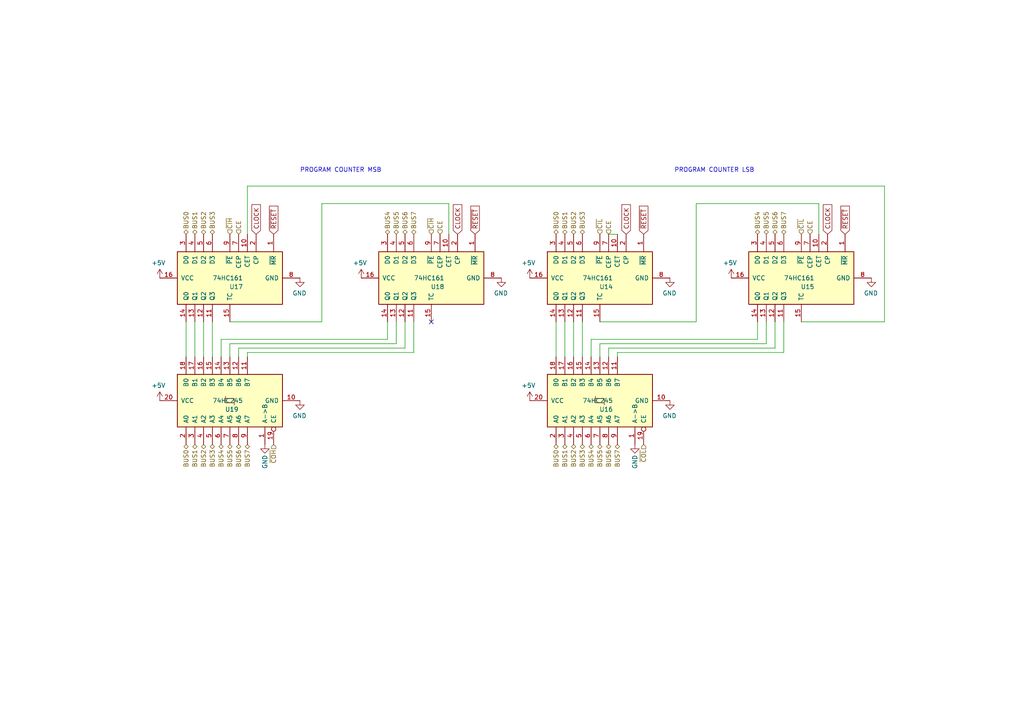
<source format=kicad_sch>
(kicad_sch (version 20211123) (generator eeschema)

  (uuid 531210ac-d133-4fad-8436-d617d548259f)

  (paper "A4")

  (title_block
    (title "Program Counter")
    (date "2022-07-08")
    (rev "1.6.1")
    (comment 2 "creativecommons.org/licenses/by-nc-sa/3.0/deed.en")
    (comment 3 "License: CC BY-NC-SA 3.0")
    (comment 4 "Author: Carsten Herting (slu4)")
  )

  (lib_symbols
    (symbol "74xx:74HC245" (pin_names (offset 1.016)) (in_bom yes) (on_board yes)
      (property "Reference" "U" (id 0) (at -7.62 16.51 0)
        (effects (font (size 1.27 1.27)))
      )
      (property "Value" "74HC245" (id 1) (at -7.62 -16.51 0)
        (effects (font (size 1.27 1.27)))
      )
      (property "Footprint" "" (id 2) (at 0 0 0)
        (effects (font (size 1.27 1.27)) hide)
      )
      (property "Datasheet" "http://www.ti.com/lit/gpn/sn74HC245" (id 3) (at 0 0 0)
        (effects (font (size 1.27 1.27)) hide)
      )
      (property "ki_locked" "" (id 4) (at 0 0 0)
        (effects (font (size 1.27 1.27)))
      )
      (property "ki_keywords" "HCMOS BUS 3State" (id 5) (at 0 0 0)
        (effects (font (size 1.27 1.27)) hide)
      )
      (property "ki_description" "Octal BUS Transceivers, 3-State outputs" (id 6) (at 0 0 0)
        (effects (font (size 1.27 1.27)) hide)
      )
      (property "ki_fp_filters" "DIP?20*" (id 7) (at 0 0 0)
        (effects (font (size 1.27 1.27)) hide)
      )
      (symbol "74HC245_1_0"
        (polyline
          (pts
            (xy -0.635 -1.27)
            (xy -0.635 1.27)
            (xy 0.635 1.27)
          )
          (stroke (width 0) (type default) (color 0 0 0 0))
          (fill (type none))
        )
        (polyline
          (pts
            (xy -1.27 -1.27)
            (xy 0.635 -1.27)
            (xy 0.635 1.27)
            (xy 1.27 1.27)
          )
          (stroke (width 0) (type default) (color 0 0 0 0))
          (fill (type none))
        )
        (pin input line (at -12.7 -10.16 0) (length 5.08)
          (name "A->B" (effects (font (size 1.27 1.27))))
          (number "1" (effects (font (size 1.27 1.27))))
        )
        (pin power_in line (at 0 -20.32 90) (length 5.08)
          (name "GND" (effects (font (size 1.27 1.27))))
          (number "10" (effects (font (size 1.27 1.27))))
        )
        (pin tri_state line (at 12.7 -5.08 180) (length 5.08)
          (name "B7" (effects (font (size 1.27 1.27))))
          (number "11" (effects (font (size 1.27 1.27))))
        )
        (pin tri_state line (at 12.7 -2.54 180) (length 5.08)
          (name "B6" (effects (font (size 1.27 1.27))))
          (number "12" (effects (font (size 1.27 1.27))))
        )
        (pin tri_state line (at 12.7 0 180) (length 5.08)
          (name "B5" (effects (font (size 1.27 1.27))))
          (number "13" (effects (font (size 1.27 1.27))))
        )
        (pin tri_state line (at 12.7 2.54 180) (length 5.08)
          (name "B4" (effects (font (size 1.27 1.27))))
          (number "14" (effects (font (size 1.27 1.27))))
        )
        (pin tri_state line (at 12.7 5.08 180) (length 5.08)
          (name "B3" (effects (font (size 1.27 1.27))))
          (number "15" (effects (font (size 1.27 1.27))))
        )
        (pin tri_state line (at 12.7 7.62 180) (length 5.08)
          (name "B2" (effects (font (size 1.27 1.27))))
          (number "16" (effects (font (size 1.27 1.27))))
        )
        (pin tri_state line (at 12.7 10.16 180) (length 5.08)
          (name "B1" (effects (font (size 1.27 1.27))))
          (number "17" (effects (font (size 1.27 1.27))))
        )
        (pin tri_state line (at 12.7 12.7 180) (length 5.08)
          (name "B0" (effects (font (size 1.27 1.27))))
          (number "18" (effects (font (size 1.27 1.27))))
        )
        (pin input inverted (at -12.7 -12.7 0) (length 5.08)
          (name "CE" (effects (font (size 1.27 1.27))))
          (number "19" (effects (font (size 1.27 1.27))))
        )
        (pin tri_state line (at -12.7 12.7 0) (length 5.08)
          (name "A0" (effects (font (size 1.27 1.27))))
          (number "2" (effects (font (size 1.27 1.27))))
        )
        (pin power_in line (at 0 20.32 270) (length 5.08)
          (name "VCC" (effects (font (size 1.27 1.27))))
          (number "20" (effects (font (size 1.27 1.27))))
        )
        (pin tri_state line (at -12.7 10.16 0) (length 5.08)
          (name "A1" (effects (font (size 1.27 1.27))))
          (number "3" (effects (font (size 1.27 1.27))))
        )
        (pin tri_state line (at -12.7 7.62 0) (length 5.08)
          (name "A2" (effects (font (size 1.27 1.27))))
          (number "4" (effects (font (size 1.27 1.27))))
        )
        (pin tri_state line (at -12.7 5.08 0) (length 5.08)
          (name "A3" (effects (font (size 1.27 1.27))))
          (number "5" (effects (font (size 1.27 1.27))))
        )
        (pin tri_state line (at -12.7 2.54 0) (length 5.08)
          (name "A4" (effects (font (size 1.27 1.27))))
          (number "6" (effects (font (size 1.27 1.27))))
        )
        (pin tri_state line (at -12.7 0 0) (length 5.08)
          (name "A5" (effects (font (size 1.27 1.27))))
          (number "7" (effects (font (size 1.27 1.27))))
        )
        (pin tri_state line (at -12.7 -2.54 0) (length 5.08)
          (name "A6" (effects (font (size 1.27 1.27))))
          (number "8" (effects (font (size 1.27 1.27))))
        )
        (pin tri_state line (at -12.7 -5.08 0) (length 5.08)
          (name "A7" (effects (font (size 1.27 1.27))))
          (number "9" (effects (font (size 1.27 1.27))))
        )
      )
      (symbol "74HC245_1_1"
        (rectangle (start -7.62 15.24) (end 7.62 -15.24)
          (stroke (width 0.254) (type default) (color 0 0 0 0))
          (fill (type background))
        )
      )
    )
    (symbol "8-Bit CPU 32k:74HC161" (pin_names (offset 1.016)) (in_bom yes) (on_board yes)
      (property "Reference" "U" (id 0) (at -7.62 16.51 0)
        (effects (font (size 1.27 1.27)))
      )
      (property "Value" "74HC161" (id 1) (at -7.62 -16.51 0)
        (effects (font (size 1.27 1.27)))
      )
      (property "Footprint" "" (id 2) (at 0 0 0)
        (effects (font (size 1.27 1.27)) hide)
      )
      (property "Datasheet" "http://www.ti.com/lit/gpn/sn74LS161" (id 3) (at 0 0 0)
        (effects (font (size 1.27 1.27)) hide)
      )
      (property "ki_locked" "" (id 4) (at 0 0 0)
        (effects (font (size 1.27 1.27)))
      )
      (property "ki_keywords" "TTL CNT CNT4" (id 5) (at 0 0 0)
        (effects (font (size 1.27 1.27)) hide)
      )
      (property "ki_description" "Synchronous 4-bit programmable binary Counter" (id 6) (at 0 0 0)
        (effects (font (size 1.27 1.27)) hide)
      )
      (property "ki_fp_filters" "DIP?16*" (id 7) (at 0 0 0)
        (effects (font (size 1.27 1.27)) hide)
      )
      (symbol "74HC161_1_0"
        (pin input line (at -12.7 -12.7 0) (length 5.08)
          (name "~{MR}" (effects (font (size 1.27 1.27))))
          (number "1" (effects (font (size 1.27 1.27))))
        )
        (pin input line (at -12.7 -5.08 0) (length 5.08)
          (name "CET" (effects (font (size 1.27 1.27))))
          (number "10" (effects (font (size 1.27 1.27))))
        )
        (pin output line (at 12.7 5.08 180) (length 5.08)
          (name "Q3" (effects (font (size 1.27 1.27))))
          (number "11" (effects (font (size 1.27 1.27))))
        )
        (pin output line (at 12.7 7.62 180) (length 5.08)
          (name "Q2" (effects (font (size 1.27 1.27))))
          (number "12" (effects (font (size 1.27 1.27))))
        )
        (pin output line (at 12.7 10.16 180) (length 5.08)
          (name "Q1" (effects (font (size 1.27 1.27))))
          (number "13" (effects (font (size 1.27 1.27))))
        )
        (pin output line (at 12.7 12.7 180) (length 5.08)
          (name "Q0" (effects (font (size 1.27 1.27))))
          (number "14" (effects (font (size 1.27 1.27))))
        )
        (pin output line (at 12.7 0 180) (length 5.08)
          (name "TC" (effects (font (size 1.27 1.27))))
          (number "15" (effects (font (size 1.27 1.27))))
        )
        (pin power_in line (at 0 20.32 270) (length 5.08)
          (name "VCC" (effects (font (size 1.27 1.27))))
          (number "16" (effects (font (size 1.27 1.27))))
        )
        (pin input line (at -12.7 -7.62 0) (length 5.08)
          (name "CP" (effects (font (size 1.27 1.27))))
          (number "2" (effects (font (size 1.27 1.27))))
        )
        (pin input line (at -12.7 12.7 0) (length 5.08)
          (name "D0" (effects (font (size 1.27 1.27))))
          (number "3" (effects (font (size 1.27 1.27))))
        )
        (pin input line (at -12.7 10.16 0) (length 5.08)
          (name "D1" (effects (font (size 1.27 1.27))))
          (number "4" (effects (font (size 1.27 1.27))))
        )
        (pin input line (at -12.7 7.62 0) (length 5.08)
          (name "D2" (effects (font (size 1.27 1.27))))
          (number "5" (effects (font (size 1.27 1.27))))
        )
        (pin input line (at -12.7 5.08 0) (length 5.08)
          (name "D3" (effects (font (size 1.27 1.27))))
          (number "6" (effects (font (size 1.27 1.27))))
        )
        (pin input line (at -12.7 -2.54 0) (length 5.08)
          (name "CEP" (effects (font (size 1.27 1.27))))
          (number "7" (effects (font (size 1.27 1.27))))
        )
        (pin power_in line (at 0 -20.32 90) (length 5.08)
          (name "GND" (effects (font (size 1.27 1.27))))
          (number "8" (effects (font (size 1.27 1.27))))
        )
        (pin input line (at -12.7 0 0) (length 5.08)
          (name "~{PE}" (effects (font (size 1.27 1.27))))
          (number "9" (effects (font (size 1.27 1.27))))
        )
      )
      (symbol "74HC161_1_1"
        (rectangle (start -7.62 15.24) (end 7.62 -15.24)
          (stroke (width 0.254) (type default) (color 0 0 0 0))
          (fill (type background))
        )
      )
    )
    (symbol "power:+5V" (power) (pin_names (offset 0)) (in_bom yes) (on_board yes)
      (property "Reference" "#PWR" (id 0) (at 0 -3.81 0)
        (effects (font (size 1.27 1.27)) hide)
      )
      (property "Value" "+5V" (id 1) (at 0 3.556 0)
        (effects (font (size 1.27 1.27)))
      )
      (property "Footprint" "" (id 2) (at 0 0 0)
        (effects (font (size 1.27 1.27)) hide)
      )
      (property "Datasheet" "" (id 3) (at 0 0 0)
        (effects (font (size 1.27 1.27)) hide)
      )
      (property "ki_keywords" "power-flag" (id 4) (at 0 0 0)
        (effects (font (size 1.27 1.27)) hide)
      )
      (property "ki_description" "Power symbol creates a global label with name \"+5V\"" (id 5) (at 0 0 0)
        (effects (font (size 1.27 1.27)) hide)
      )
      (symbol "+5V_0_1"
        (polyline
          (pts
            (xy -0.762 1.27)
            (xy 0 2.54)
          )
          (stroke (width 0) (type default) (color 0 0 0 0))
          (fill (type none))
        )
        (polyline
          (pts
            (xy 0 0)
            (xy 0 2.54)
          )
          (stroke (width 0) (type default) (color 0 0 0 0))
          (fill (type none))
        )
        (polyline
          (pts
            (xy 0 2.54)
            (xy 0.762 1.27)
          )
          (stroke (width 0) (type default) (color 0 0 0 0))
          (fill (type none))
        )
      )
      (symbol "+5V_1_1"
        (pin power_in line (at 0 0 90) (length 0) hide
          (name "+5V" (effects (font (size 1.27 1.27))))
          (number "1" (effects (font (size 1.27 1.27))))
        )
      )
    )
    (symbol "power:GND" (power) (pin_names (offset 0)) (in_bom yes) (on_board yes)
      (property "Reference" "#PWR" (id 0) (at 0 -6.35 0)
        (effects (font (size 1.27 1.27)) hide)
      )
      (property "Value" "GND" (id 1) (at 0 -3.81 0)
        (effects (font (size 1.27 1.27)))
      )
      (property "Footprint" "" (id 2) (at 0 0 0)
        (effects (font (size 1.27 1.27)) hide)
      )
      (property "Datasheet" "" (id 3) (at 0 0 0)
        (effects (font (size 1.27 1.27)) hide)
      )
      (property "ki_keywords" "power-flag" (id 4) (at 0 0 0)
        (effects (font (size 1.27 1.27)) hide)
      )
      (property "ki_description" "Power symbol creates a global label with name \"GND\" , ground" (id 5) (at 0 0 0)
        (effects (font (size 1.27 1.27)) hide)
      )
      (symbol "GND_0_1"
        (polyline
          (pts
            (xy 0 0)
            (xy 0 -1.27)
            (xy 1.27 -1.27)
            (xy 0 -2.54)
            (xy -1.27 -1.27)
            (xy 0 -1.27)
          )
          (stroke (width 0) (type default) (color 0 0 0 0))
          (fill (type none))
        )
      )
      (symbol "GND_1_1"
        (pin power_in line (at 0 0 270) (length 0) hide
          (name "GND" (effects (font (size 1.27 1.27))))
          (number "1" (effects (font (size 1.27 1.27))))
        )
      )
    )
  )


  (no_connect (at 125.095 93.345) (uuid 0357b81f-16a6-43c9-977f-0f0283f7723a))

  (wire (pts (xy 256.54 93.345) (xy 232.41 93.345))
    (stroke (width 0) (type default) (color 0 0 0 0))
    (uuid 0104b068-1893-499b-a0aa-6f6701186d32)
  )
  (wire (pts (xy 166.37 93.345) (xy 166.37 103.505))
    (stroke (width 0) (type default) (color 0 0 0 0))
    (uuid 0534a723-a9d3-4143-b327-64389df85ab4)
  )
  (wire (pts (xy 120.015 93.345) (xy 120.015 102.235))
    (stroke (width 0) (type default) (color 0 0 0 0))
    (uuid 0ea4db56-4dcb-47a4-9a7a-5766813fbe8d)
  )
  (wire (pts (xy 71.755 53.975) (xy 256.54 53.975))
    (stroke (width 0) (type default) (color 0 0 0 0))
    (uuid 0fa0aa05-8661-4cbb-a431-045de2356d50)
  )
  (wire (pts (xy 168.91 93.345) (xy 168.91 103.505))
    (stroke (width 0) (type default) (color 0 0 0 0))
    (uuid 13419426-bdc9-4cbf-af9b-fe5e503846f5)
  )
  (wire (pts (xy 61.595 93.345) (xy 61.595 103.505))
    (stroke (width 0) (type default) (color 0 0 0 0))
    (uuid 15410681-9f05-4930-be6a-1acec9d4ad68)
  )
  (wire (pts (xy 201.93 59.055) (xy 237.49 59.055))
    (stroke (width 0) (type default) (color 0 0 0 0))
    (uuid 1ce315f8-993b-49da-806e-9a7c1eafeef3)
  )
  (wire (pts (xy 173.99 93.345) (xy 201.93 93.345))
    (stroke (width 0) (type default) (color 0 0 0 0))
    (uuid 224cdbcf-7914-47df-abc7-69b97ff018cc)
  )
  (wire (pts (xy 93.345 93.345) (xy 93.345 59.055))
    (stroke (width 0) (type default) (color 0 0 0 0))
    (uuid 240738d6-1b6e-421f-bf06-d17f46b48b0d)
  )
  (wire (pts (xy 176.53 100.965) (xy 224.79 100.965))
    (stroke (width 0) (type default) (color 0 0 0 0))
    (uuid 240b0f45-740f-4bf2-9fbe-0dc26f663167)
  )
  (wire (pts (xy 120.015 102.235) (xy 71.755 102.235))
    (stroke (width 0) (type default) (color 0 0 0 0))
    (uuid 289bb897-28b3-479d-9a8d-a9dfa00bf50c)
  )
  (wire (pts (xy 179.07 102.235) (xy 179.07 103.505))
    (stroke (width 0) (type default) (color 0 0 0 0))
    (uuid 29130982-b6be-44e4-a1d4-bf5595b9133c)
  )
  (wire (pts (xy 114.935 93.345) (xy 114.935 99.695))
    (stroke (width 0) (type default) (color 0 0 0 0))
    (uuid 327e027b-d29a-403c-bf5a-9911e0622269)
  )
  (wire (pts (xy 71.755 102.235) (xy 71.755 103.505))
    (stroke (width 0) (type default) (color 0 0 0 0))
    (uuid 454059df-d0e4-4fc5-a7fd-56d3ea07abda)
  )
  (wire (pts (xy 66.675 93.345) (xy 93.345 93.345))
    (stroke (width 0) (type default) (color 0 0 0 0))
    (uuid 46f98bd3-51c8-4cce-ae46-67de145958ba)
  )
  (wire (pts (xy 219.71 98.425) (xy 219.71 93.345))
    (stroke (width 0) (type default) (color 0 0 0 0))
    (uuid 4f87e31c-8c0d-4cd6-a7c6-4be4e6737fc2)
  )
  (wire (pts (xy 114.935 99.695) (xy 66.675 99.695))
    (stroke (width 0) (type default) (color 0 0 0 0))
    (uuid 533048b0-71d0-4b4b-8467-d6b5448bccfe)
  )
  (wire (pts (xy 130.175 59.055) (xy 130.175 67.945))
    (stroke (width 0) (type default) (color 0 0 0 0))
    (uuid 73cfcac9-48ff-4f59-b676-12e470dbd398)
  )
  (wire (pts (xy 222.25 93.345) (xy 222.25 99.695))
    (stroke (width 0) (type default) (color 0 0 0 0))
    (uuid 74995aa5-4ea0-4eef-a9d0-b5781a7c341d)
  )
  (wire (pts (xy 171.45 98.425) (xy 171.45 103.505))
    (stroke (width 0) (type default) (color 0 0 0 0))
    (uuid 76f6bed8-84f0-4ee9-ba4b-490c994dc65a)
  )
  (wire (pts (xy 69.215 100.965) (xy 117.475 100.965))
    (stroke (width 0) (type default) (color 0 0 0 0))
    (uuid 7830df43-7628-4b5f-9f53-a5e7051a90aa)
  )
  (wire (pts (xy 176.53 100.965) (xy 176.53 103.505))
    (stroke (width 0) (type default) (color 0 0 0 0))
    (uuid 78ea9bdb-ea8a-45e8-85c2-1bcd333fccbb)
  )
  (wire (pts (xy 64.135 98.425) (xy 64.135 103.505))
    (stroke (width 0) (type default) (color 0 0 0 0))
    (uuid 7b7f5244-dfd5-40a2-82af-cc66541456f0)
  )
  (wire (pts (xy 256.54 53.975) (xy 256.54 93.345))
    (stroke (width 0) (type default) (color 0 0 0 0))
    (uuid 863de7a2-d35b-4042-8196-bc01814eb3bb)
  )
  (wire (pts (xy 222.25 99.695) (xy 173.99 99.695))
    (stroke (width 0) (type default) (color 0 0 0 0))
    (uuid 894aad6f-8952-4564-af44-e646ffdd1b14)
  )
  (wire (pts (xy 64.135 98.425) (xy 112.395 98.425))
    (stroke (width 0) (type default) (color 0 0 0 0))
    (uuid 8e6ab608-e7ac-4591-b40a-feb4fa5f4f10)
  )
  (wire (pts (xy 179.07 67.945) (xy 176.53 67.945))
    (stroke (width 0) (type default) (color 0 0 0 0))
    (uuid 95207bd2-3e5c-43b8-8aa2-3e2dd51f33b4)
  )
  (wire (pts (xy 161.29 93.345) (xy 161.29 103.505))
    (stroke (width 0) (type default) (color 0 0 0 0))
    (uuid a1263b0b-b37e-4d9f-bf1d-5b5057c35ec5)
  )
  (wire (pts (xy 53.975 93.345) (xy 53.975 103.505))
    (stroke (width 0) (type default) (color 0 0 0 0))
    (uuid a3680920-e2bc-40fe-805c-61c7650550de)
  )
  (wire (pts (xy 227.33 93.345) (xy 227.33 102.235))
    (stroke (width 0) (type default) (color 0 0 0 0))
    (uuid a6907dd1-8536-48e4-a30c-6f1cb54617e6)
  )
  (wire (pts (xy 173.99 99.695) (xy 173.99 103.505))
    (stroke (width 0) (type default) (color 0 0 0 0))
    (uuid add2d093-43f4-4562-99c3-a3cca266d1c2)
  )
  (wire (pts (xy 163.83 93.345) (xy 163.83 103.505))
    (stroke (width 0) (type default) (color 0 0 0 0))
    (uuid af773cf2-9535-4ade-bf50-1ef5b062d323)
  )
  (wire (pts (xy 224.79 100.965) (xy 224.79 93.345))
    (stroke (width 0) (type default) (color 0 0 0 0))
    (uuid b21ce4a9-c486-4224-ac1c-d4cbd95375f0)
  )
  (wire (pts (xy 171.45 98.425) (xy 219.71 98.425))
    (stroke (width 0) (type default) (color 0 0 0 0))
    (uuid b5dea5a5-8174-4198-b845-bf6383071af4)
  )
  (wire (pts (xy 93.345 59.055) (xy 130.175 59.055))
    (stroke (width 0) (type default) (color 0 0 0 0))
    (uuid b5f12581-a49d-464f-ba2b-81373f881e89)
  )
  (wire (pts (xy 112.395 98.425) (xy 112.395 93.345))
    (stroke (width 0) (type default) (color 0 0 0 0))
    (uuid b9b0a9ec-3855-4b74-946d-94cfde52ac5d)
  )
  (wire (pts (xy 56.515 93.345) (xy 56.515 103.505))
    (stroke (width 0) (type default) (color 0 0 0 0))
    (uuid bf1ee8f6-dab8-458d-995f-2c0fe2988386)
  )
  (wire (pts (xy 59.055 93.345) (xy 59.055 103.505))
    (stroke (width 0) (type default) (color 0 0 0 0))
    (uuid bf6a747f-314e-49f6-95a6-ee328041ac36)
  )
  (wire (pts (xy 227.33 102.235) (xy 179.07 102.235))
    (stroke (width 0) (type default) (color 0 0 0 0))
    (uuid c2d567e4-2d66-43fd-b47e-78f91c1dce4c)
  )
  (wire (pts (xy 117.475 100.965) (xy 117.475 93.345))
    (stroke (width 0) (type default) (color 0 0 0 0))
    (uuid c9472f76-8b6e-49a0-927e-77d886e7f559)
  )
  (wire (pts (xy 66.675 99.695) (xy 66.675 103.505))
    (stroke (width 0) (type default) (color 0 0 0 0))
    (uuid d86312d6-ef17-4ee7-bfea-a38668c37024)
  )
  (wire (pts (xy 71.755 67.945) (xy 71.755 53.975))
    (stroke (width 0) (type default) (color 0 0 0 0))
    (uuid e18acffb-77c5-4848-912a-d5fee6f22ec9)
  )
  (wire (pts (xy 69.215 100.965) (xy 69.215 103.505))
    (stroke (width 0) (type default) (color 0 0 0 0))
    (uuid e18f551d-7723-4574-bf86-f44a0fb09225)
  )
  (wire (pts (xy 201.93 93.345) (xy 201.93 59.055))
    (stroke (width 0) (type default) (color 0 0 0 0))
    (uuid e79575ee-ffe2-4ada-bac6-91d82f6479b3)
  )
  (wire (pts (xy 237.49 59.055) (xy 237.49 67.945))
    (stroke (width 0) (type default) (color 0 0 0 0))
    (uuid fc2a41a1-96ca-4bbe-a876-46ff3750c922)
  )

  (text "PROGRAM COUNTER MSB" (at 86.995 50.165 0)
    (effects (font (size 1.27 1.27)) (justify left bottom))
    (uuid 4abf2062-f79e-4392-b528-351d94b0d463)
  )
  (text "PROGRAM COUNTER LSB" (at 195.58 50.165 0)
    (effects (font (size 1.27 1.27)) (justify left bottom))
    (uuid 66d5bf2f-0634-4d7d-9c1f-9a062c867060)
  )

  (global_label "~{RESET}" (shape input) (at 186.69 67.945 90) (fields_autoplaced)
    (effects (font (size 1.27 1.27)) (justify left))
    (uuid 0f02b419-b1af-43d0-81b5-372beaf4338a)
    (property "Intersheet References" "${INTERSHEET_REFS}" (id 0) (at 393.7 19.685 0)
      (effects (font (size 1.27 1.27)) (justify left) hide)
    )
  )
  (global_label "~{RESET}" (shape input) (at 137.795 67.945 90) (fields_autoplaced)
    (effects (font (size 1.27 1.27)) (justify left))
    (uuid 280068d7-0771-41cf-8990-6107f472a0e5)
    (property "Intersheet References" "${INTERSHEET_REFS}" (id 0) (at 167.005 19.685 0)
      (effects (font (size 1.27 1.27)) (justify left) hide)
    )
  )
  (global_label "CLOCK" (shape input) (at 181.61 67.945 90) (fields_autoplaced)
    (effects (font (size 1.27 1.27)) (justify left))
    (uuid 3d36880f-c58e-48b8-9953-cb111bea2c66)
    (property "Intersheet References" "${INTERSHEET_REFS}" (id 0) (at 393.7 19.685 0)
      (effects (font (size 1.27 1.27)) (justify left) hide)
    )
  )
  (global_label "~{RESET}" (shape input) (at 245.11 67.945 90) (fields_autoplaced)
    (effects (font (size 1.27 1.27)) (justify left))
    (uuid 898a76e1-bcef-46c4-b34b-f8d041b004c3)
    (property "Intersheet References" "${INTERSHEET_REFS}" (id 0) (at 393.7 19.685 0)
      (effects (font (size 1.27 1.27)) (justify left) hide)
    )
  )
  (global_label "CLOCK" (shape input) (at 74.295 67.945 90) (fields_autoplaced)
    (effects (font (size 1.27 1.27)) (justify left))
    (uuid 93fecfc3-ee00-4d17-a705-954717e3ce61)
    (property "Intersheet References" "${INTERSHEET_REFS}" (id 0) (at 167.005 19.685 0)
      (effects (font (size 1.27 1.27)) (justify left) hide)
    )
  )
  (global_label "CLOCK" (shape input) (at 132.715 67.945 90) (fields_autoplaced)
    (effects (font (size 1.27 1.27)) (justify left))
    (uuid ca2caae0-94c8-42e5-bc84-0d60900ef794)
    (property "Intersheet References" "${INTERSHEET_REFS}" (id 0) (at 167.005 19.685 0)
      (effects (font (size 1.27 1.27)) (justify left) hide)
    )
  )
  (global_label "~{RESET}" (shape input) (at 79.375 67.945 90) (fields_autoplaced)
    (effects (font (size 1.27 1.27)) (justify left))
    (uuid d0d05d04-fc4a-4a0b-a40e-d8f196d10616)
    (property "Intersheet References" "${INTERSHEET_REFS}" (id 0) (at 167.005 19.685 0)
      (effects (font (size 1.27 1.27)) (justify left) hide)
    )
  )
  (global_label "CLOCK" (shape input) (at 240.03 67.945 90) (fields_autoplaced)
    (effects (font (size 1.27 1.27)) (justify left))
    (uuid f4dc6ec2-7e55-4670-90aa-c5044c5e2778)
    (property "Intersheet References" "${INTERSHEET_REFS}" (id 0) (at 393.7 19.685 0)
      (effects (font (size 1.27 1.27)) (justify left) hide)
    )
  )

  (hierarchical_label "~{COH}" (shape input) (at 79.375 128.905 270)
    (effects (font (size 1.27 1.27)) (justify right))
    (uuid 08ab3d16-ac4f-4f37-9cf4-d8ce5ed3024d)
  )
  (hierarchical_label "BUS3" (shape bidirectional) (at 61.595 67.945 90)
    (effects (font (size 1.27 1.27)) (justify left))
    (uuid 0ce63971-0f03-4958-9b10-d74caee28a9b)
  )
  (hierarchical_label "BUS0" (shape bidirectional) (at 53.975 128.905 270)
    (effects (font (size 1.27 1.27)) (justify right))
    (uuid 1231232c-afe7-4c16-8898-0eabbae7010d)
  )
  (hierarchical_label "BUS6" (shape bidirectional) (at 69.215 128.905 270)
    (effects (font (size 1.27 1.27)) (justify right))
    (uuid 1d69845c-2423-4965-97d7-001603b89ce0)
  )
  (hierarchical_label "BUS5" (shape bidirectional) (at 66.675 128.905 270)
    (effects (font (size 1.27 1.27)) (justify right))
    (uuid 1f579250-f6d6-47b7-816c-3d8480f28b80)
  )
  (hierarchical_label "CE" (shape input) (at 69.215 67.945 90)
    (effects (font (size 1.27 1.27)) (justify left))
    (uuid 2a1e3e68-93ea-4fe8-b99f-ffda2f5b6079)
  )
  (hierarchical_label "CE" (shape input) (at 234.95 67.945 90)
    (effects (font (size 1.27 1.27)) (justify left))
    (uuid 354fc221-19df-448f-8bd5-8449ab04b3f4)
  )
  (hierarchical_label "~{CIH}" (shape input) (at 125.095 67.945 90)
    (effects (font (size 1.27 1.27)) (justify left))
    (uuid 3fcf47c7-1f4f-4eae-bf95-635c570fa92f)
  )
  (hierarchical_label "BUS1" (shape bidirectional) (at 56.515 128.905 270)
    (effects (font (size 1.27 1.27)) (justify right))
    (uuid 40f5ed41-351b-42e7-92c1-f8bca4a9663b)
  )
  (hierarchical_label "BUS2" (shape bidirectional) (at 166.37 128.905 270)
    (effects (font (size 1.27 1.27)) (justify right))
    (uuid 4c8cf767-fa32-4125-b48d-91a39812fa54)
  )
  (hierarchical_label "BUS6" (shape bidirectional) (at 117.475 67.945 90)
    (effects (font (size 1.27 1.27)) (justify left))
    (uuid 562d78bc-8c9c-405a-9461-06c9b6e72553)
  )
  (hierarchical_label "~{CIL}" (shape input) (at 173.99 67.945 90)
    (effects (font (size 1.27 1.27)) (justify left))
    (uuid 5e1f2e7d-1c19-4caf-85bb-c9855eec7320)
  )
  (hierarchical_label "BUS1" (shape bidirectional) (at 163.83 128.905 270)
    (effects (font (size 1.27 1.27)) (justify right))
    (uuid 66aba6ab-cf2b-44f0-a67c-29b60c803a21)
  )
  (hierarchical_label "BUS4" (shape bidirectional) (at 112.395 67.945 90)
    (effects (font (size 1.27 1.27)) (justify left))
    (uuid 697a767f-a76b-42ab-aed2-78f971902476)
  )
  (hierarchical_label "BUS5" (shape bidirectional) (at 222.25 67.945 90)
    (effects (font (size 1.27 1.27)) (justify left))
    (uuid 6cb58024-b947-4e35-99a5-89a407f1ad4b)
  )
  (hierarchical_label "BUS3" (shape bidirectional) (at 61.595 128.905 270)
    (effects (font (size 1.27 1.27)) (justify right))
    (uuid 75249462-0586-41b0-adc1-5b6909357edb)
  )
  (hierarchical_label "BUS2" (shape bidirectional) (at 59.055 128.905 270)
    (effects (font (size 1.27 1.27)) (justify right))
    (uuid 75def346-8e6c-4b76-a639-7a905977d204)
  )
  (hierarchical_label "BUS6" (shape bidirectional) (at 176.53 128.905 270)
    (effects (font (size 1.27 1.27)) (justify right))
    (uuid 79a49efe-08d7-485d-94c7-f742bef03374)
  )
  (hierarchical_label "BUS5" (shape bidirectional) (at 173.99 128.905 270)
    (effects (font (size 1.27 1.27)) (justify right))
    (uuid 7b49412b-442d-4b1b-950a-558c2527c463)
  )
  (hierarchical_label "BUS4" (shape bidirectional) (at 171.45 128.905 270)
    (effects (font (size 1.27 1.27)) (justify right))
    (uuid 87d195d9-03e5-4114-a281-4c6c1642459c)
  )
  (hierarchical_label "BUS7" (shape bidirectional) (at 227.33 67.945 90)
    (effects (font (size 1.27 1.27)) (justify left))
    (uuid 8a3a7981-f500-485c-8802-939aa9c31f1c)
  )
  (hierarchical_label "BUS2" (shape bidirectional) (at 166.37 67.945 90)
    (effects (font (size 1.27 1.27)) (justify left))
    (uuid 8ac3c0cc-f477-42b3-afbc-054dc09508ed)
  )
  (hierarchical_label "BUS0" (shape bidirectional) (at 161.29 128.905 270)
    (effects (font (size 1.27 1.27)) (justify right))
    (uuid 8bfac54a-4a6c-472e-9ec1-2bbbba7be643)
  )
  (hierarchical_label "BUS1" (shape bidirectional) (at 163.83 67.945 90)
    (effects (font (size 1.27 1.27)) (justify left))
    (uuid 8d4f00ef-9583-4af8-8848-7701e0016357)
  )
  (hierarchical_label "BUS1" (shape bidirectional) (at 56.515 67.945 90)
    (effects (font (size 1.27 1.27)) (justify left))
    (uuid 8f89ce2f-56a8-4a3a-896a-7837dfad7bb4)
  )
  (hierarchical_label "BUS7" (shape bidirectional) (at 179.07 128.905 270)
    (effects (font (size 1.27 1.27)) (justify right))
    (uuid 985df4e0-c462-4849-9dcb-e62e9a6820c2)
  )
  (hierarchical_label "BUS3" (shape bidirectional) (at 168.91 128.905 270)
    (effects (font (size 1.27 1.27)) (justify right))
    (uuid 9c403fa4-b1d8-4f2b-b845-56e7a1c0fcf8)
  )
  (hierarchical_label "BUS2" (shape bidirectional) (at 59.055 67.945 90)
    (effects (font (size 1.27 1.27)) (justify left))
    (uuid a7a80ed3-ced3-4490-afe1-4ba507766ef4)
  )
  (hierarchical_label "BUS3" (shape bidirectional) (at 168.91 67.945 90)
    (effects (font (size 1.27 1.27)) (justify left))
    (uuid a7ac3879-e710-4bf5-88cd-34dcf136d133)
  )
  (hierarchical_label "BUS7" (shape bidirectional) (at 120.015 67.945 90)
    (effects (font (size 1.27 1.27)) (justify left))
    (uuid a8921fd8-e20d-4af8-8316-d57fc89d1021)
  )
  (hierarchical_label "BUS4" (shape bidirectional) (at 219.71 67.945 90)
    (effects (font (size 1.27 1.27)) (justify left))
    (uuid add7a33d-bd46-437a-b0cc-12aef9e8b9ed)
  )
  (hierarchical_label "~{CIH}" (shape input) (at 66.675 67.945 90)
    (effects (font (size 1.27 1.27)) (justify left))
    (uuid ca9dba15-5b9d-4e7b-beca-26acbc175ac3)
  )
  (hierarchical_label "~{COL}" (shape input) (at 186.69 128.905 270)
    (effects (font (size 1.27 1.27)) (justify right))
    (uuid d214530d-57cb-4eb9-ae3c-3448147d738c)
  )
  (hierarchical_label "BUS0" (shape bidirectional) (at 53.975 67.945 90)
    (effects (font (size 1.27 1.27)) (justify left))
    (uuid d7e3b7a1-99df-4eaf-b7e9-942e1e7f0a39)
  )
  (hierarchical_label "BUS4" (shape bidirectional) (at 64.135 128.905 270)
    (effects (font (size 1.27 1.27)) (justify right))
    (uuid d8467d49-76d6-480f-80c1-c99116098ef9)
  )
  (hierarchical_label "CE" (shape input) (at 176.53 67.945 90)
    (effects (font (size 1.27 1.27)) (justify left))
    (uuid dc33082b-c94f-40b6-98e4-bb5df40bf19a)
  )
  (hierarchical_label "BUS5" (shape bidirectional) (at 114.935 67.945 90)
    (effects (font (size 1.27 1.27)) (justify left))
    (uuid dde8f825-cc7e-477f-8b84-04a15f85b8f8)
  )
  (hierarchical_label "~{CIL}" (shape input) (at 232.41 67.945 90)
    (effects (font (size 1.27 1.27)) (justify left))
    (uuid e92545ec-2321-4a8e-adfc-bd419b82c6d9)
  )
  (hierarchical_label "BUS7" (shape bidirectional) (at 71.755 128.905 270)
    (effects (font (size 1.27 1.27)) (justify right))
    (uuid ead6af8b-7add-4ead-9a85-10c2ef250b9b)
  )
  (hierarchical_label "BUS6" (shape bidirectional) (at 224.79 67.945 90)
    (effects (font (size 1.27 1.27)) (justify left))
    (uuid edc04778-8c4f-4932-a18a-b9dc119e7a86)
  )
  (hierarchical_label "CE" (shape input) (at 127.635 67.945 90)
    (effects (font (size 1.27 1.27)) (justify left))
    (uuid f1e7bec4-330d-4c04-9ab4-a0cd0df6c743)
  )
  (hierarchical_label "BUS0" (shape bidirectional) (at 161.29 67.945 90)
    (effects (font (size 1.27 1.27)) (justify left))
    (uuid f6ec6279-bb40-435b-b112-7a33c6716f37)
  )

  (symbol (lib_id "power:GND") (at 86.995 80.645 0) (mirror y) (unit 1)
    (in_bom yes) (on_board yes)
    (uuid 00000000-0000-0000-0000-00005f0c68c8)
    (property "Reference" "#PWR0129" (id 0) (at 86.995 86.995 0)
      (effects (font (size 1.27 1.27)) hide)
    )
    (property "Value" "GND" (id 1) (at 86.868 85.0392 0))
    (property "Footprint" "" (id 2) (at 86.995 80.645 0)
      (effects (font (size 1.27 1.27)) hide)
    )
    (property "Datasheet" "" (id 3) (at 86.995 80.645 0)
      (effects (font (size 1.27 1.27)) hide)
    )
    (pin "1" (uuid 2ba6202a-3a9c-4b37-b377-f330f698568b))
  )

  (symbol (lib_id "74xx:74HC245") (at 173.99 116.205 90) (unit 1)
    (in_bom yes) (on_board yes)
    (uuid 00000000-0000-0000-0000-00005f907909)
    (property "Reference" "U16" (id 0) (at 177.8 118.745 90)
      (effects (font (size 1.27 1.27)) (justify left))
    )
    (property "Value" "74HC245" (id 1) (at 177.8 116.205 90)
      (effects (font (size 1.27 1.27)) (justify left))
    )
    (property "Footprint" "Package_DIP:DIP-20_W7.62mm" (id 2) (at 173.99 116.205 0)
      (effects (font (size 1.27 1.27)) hide)
    )
    (property "Datasheet" "http://www.ti.com/lit/gpn/sn74HC245" (id 3) (at 173.99 116.205 0)
      (effects (font (size 1.27 1.27)) hide)
    )
    (pin "1" (uuid a8aa4537-93ef-4b74-b540-4cde36fd067a))
    (pin "10" (uuid a4242a08-98b6-40ca-8cfc-838c1d04b6a2))
    (pin "11" (uuid f757b196-d1fb-4f70-847e-b7114e8d7d07))
    (pin "12" (uuid 42fb5bca-5b64-4c0a-9944-a58980fce27f))
    (pin "13" (uuid 6732fa35-42b7-4036-ac97-020fbf9aa07e))
    (pin "14" (uuid 3abdbfa0-7d74-44a1-bd98-4987b89d8b55))
    (pin "15" (uuid 6933b4e5-5b35-408a-bd28-eccf9e32e55b))
    (pin "16" (uuid 8d017811-c830-42ac-a1e8-04d79a3eb345))
    (pin "17" (uuid 67e03c34-6150-4d56-9878-193ad5a42122))
    (pin "18" (uuid d6daa007-ef4d-4ee1-b5c9-dfe41babc084))
    (pin "19" (uuid 8eef33a3-cb4d-4837-853b-d90c1b5468d8))
    (pin "2" (uuid ba2488bb-99c6-4868-9a0e-eccadfb8737b))
    (pin "20" (uuid 24e7f31b-e4a8-4c14-9709-078b7c0924f9))
    (pin "3" (uuid cc45d377-18c9-415c-b412-1e9f00675df3))
    (pin "4" (uuid 4026f738-ecc2-4826-8a27-e60075d94c39))
    (pin "5" (uuid a5782601-8a22-48e2-a4db-8e0bce5f06e6))
    (pin "6" (uuid 18066737-2c79-4ba8-a51a-26669071cbb5))
    (pin "7" (uuid abeef1c8-f0b8-48ba-b6fb-cf9acaebdbc3))
    (pin "8" (uuid 528d320a-f727-49bb-8080-ba7ee4e318cb))
    (pin "9" (uuid 30c427ca-e68e-4aa8-9223-d12ed910dbe3))
  )

  (symbol (lib_id "power:+5V") (at 212.09 80.645 0) (mirror y) (unit 1)
    (in_bom yes) (on_board yes)
    (uuid 00000000-0000-0000-0000-00005f9174f1)
    (property "Reference" "#PWR0135" (id 0) (at 212.09 84.455 0)
      (effects (font (size 1.27 1.27)) hide)
    )
    (property "Value" "+5V" (id 1) (at 211.709 76.2508 0))
    (property "Footprint" "" (id 2) (at 212.09 80.645 0)
      (effects (font (size 1.27 1.27)) hide)
    )
    (property "Datasheet" "" (id 3) (at 212.09 80.645 0)
      (effects (font (size 1.27 1.27)) hide)
    )
    (pin "1" (uuid e38a1872-ed62-42aa-9ea2-792e15c76146))
  )

  (symbol (lib_id "power:GND") (at 252.73 80.645 0) (mirror y) (unit 1)
    (in_bom yes) (on_board yes)
    (uuid 00000000-0000-0000-0000-00005f917b6a)
    (property "Reference" "#PWR0134" (id 0) (at 252.73 86.995 0)
      (effects (font (size 1.27 1.27)) hide)
    )
    (property "Value" "GND" (id 1) (at 252.603 85.0392 0))
    (property "Footprint" "" (id 2) (at 252.73 80.645 0)
      (effects (font (size 1.27 1.27)) hide)
    )
    (property "Datasheet" "" (id 3) (at 252.73 80.645 0)
      (effects (font (size 1.27 1.27)) hide)
    )
    (pin "1" (uuid e3dc3c57-e0f0-46df-987e-c06371265a3e))
  )

  (symbol (lib_id "power:GND") (at 194.31 80.645 0) (mirror y) (unit 1)
    (in_bom yes) (on_board yes)
    (uuid 00000000-0000-0000-0000-00005f918649)
    (property "Reference" "#PWR0136" (id 0) (at 194.31 86.995 0)
      (effects (font (size 1.27 1.27)) hide)
    )
    (property "Value" "GND" (id 1) (at 194.183 85.0392 0))
    (property "Footprint" "" (id 2) (at 194.31 80.645 0)
      (effects (font (size 1.27 1.27)) hide)
    )
    (property "Datasheet" "" (id 3) (at 194.31 80.645 0)
      (effects (font (size 1.27 1.27)) hide)
    )
    (pin "1" (uuid 1d7b676c-eed1-4aba-b0c8-00da2d2e0362))
  )

  (symbol (lib_id "power:+5V") (at 153.67 80.645 0) (mirror y) (unit 1)
    (in_bom yes) (on_board yes)
    (uuid 00000000-0000-0000-0000-00005f91896c)
    (property "Reference" "#PWR0139" (id 0) (at 153.67 84.455 0)
      (effects (font (size 1.27 1.27)) hide)
    )
    (property "Value" "+5V" (id 1) (at 153.289 76.2508 0))
    (property "Footprint" "" (id 2) (at 153.67 80.645 0)
      (effects (font (size 1.27 1.27)) hide)
    )
    (property "Datasheet" "" (id 3) (at 153.67 80.645 0)
      (effects (font (size 1.27 1.27)) hide)
    )
    (pin "1" (uuid 7efb4a2f-1e93-49b6-aa91-bd50fd326aa7))
  )

  (symbol (lib_id "power:GND") (at 194.31 116.205 0) (mirror y) (unit 1)
    (in_bom yes) (on_board yes)
    (uuid 00000000-0000-0000-0000-00005f91bfcd)
    (property "Reference" "#PWR0137" (id 0) (at 194.31 122.555 0)
      (effects (font (size 1.27 1.27)) hide)
    )
    (property "Value" "GND" (id 1) (at 194.183 120.5992 0))
    (property "Footprint" "" (id 2) (at 194.31 116.205 0)
      (effects (font (size 1.27 1.27)) hide)
    )
    (property "Datasheet" "" (id 3) (at 194.31 116.205 0)
      (effects (font (size 1.27 1.27)) hide)
    )
    (pin "1" (uuid f9b561d5-e103-433c-ae32-f546c4b236a2))
  )

  (symbol (lib_id "power:+5V") (at 153.67 116.205 0) (mirror y) (unit 1)
    (in_bom yes) (on_board yes)
    (uuid 00000000-0000-0000-0000-00005f91c5a3)
    (property "Reference" "#PWR0140" (id 0) (at 153.67 120.015 0)
      (effects (font (size 1.27 1.27)) hide)
    )
    (property "Value" "+5V" (id 1) (at 153.289 111.8108 0))
    (property "Footprint" "" (id 2) (at 153.67 116.205 0)
      (effects (font (size 1.27 1.27)) hide)
    )
    (property "Datasheet" "" (id 3) (at 153.67 116.205 0)
      (effects (font (size 1.27 1.27)) hide)
    )
    (pin "1" (uuid b3356d8a-aa7e-4342-a45e-00ce554cb5f9))
  )

  (symbol (lib_id "power:GND") (at 184.15 128.905 0) (mirror y) (unit 1)
    (in_bom yes) (on_board yes)
    (uuid 00000000-0000-0000-0000-00005f91c9dc)
    (property "Reference" "#PWR0138" (id 0) (at 184.15 135.255 0)
      (effects (font (size 1.27 1.27)) hide)
    )
    (property "Value" "GND" (id 1) (at 184.15 133.985 90))
    (property "Footprint" "" (id 2) (at 184.15 128.905 0)
      (effects (font (size 1.27 1.27)) hide)
    )
    (property "Datasheet" "" (id 3) (at 184.15 128.905 0)
      (effects (font (size 1.27 1.27)) hide)
    )
    (pin "1" (uuid cca59b49-bce7-4cfa-91f8-b1ed70eb48da))
  )

  (symbol (lib_id "74xx:74HC245") (at 66.675 116.205 90) (unit 1)
    (in_bom yes) (on_board yes)
    (uuid 00000000-0000-0000-0000-00005f9526c6)
    (property "Reference" "U19" (id 0) (at 69.215 118.745 90)
      (effects (font (size 1.27 1.27)) (justify left))
    )
    (property "Value" "74HC245" (id 1) (at 70.485 116.205 90)
      (effects (font (size 1.27 1.27)) (justify left))
    )
    (property "Footprint" "Package_DIP:DIP-20_W7.62mm" (id 2) (at 66.675 116.205 0)
      (effects (font (size 1.27 1.27)) hide)
    )
    (property "Datasheet" "http://www.ti.com/lit/gpn/sn74HC245" (id 3) (at 66.675 116.205 0)
      (effects (font (size 1.27 1.27)) hide)
    )
    (pin "1" (uuid d34f81fb-87ed-46f6-95db-55e54af6e756))
    (pin "10" (uuid 0a7b9196-dbb7-4e15-9783-0e8e72d5856a))
    (pin "11" (uuid 2aba604b-12bf-4576-830a-c22b56428a59))
    (pin "12" (uuid ef7f1074-e134-4a9a-a34f-499eb2ac6e4a))
    (pin "13" (uuid 05b070c7-1314-4a36-b065-40f26076a63c))
    (pin "14" (uuid 6ecccbb5-b4ca-4ed2-9ec2-90900f3a10dc))
    (pin "15" (uuid bb401126-1246-4b0a-a0a7-b3463739c1f9))
    (pin "16" (uuid e10c6c5f-7c09-4a35-be2c-d679215ed6dd))
    (pin "17" (uuid f7901ab4-a9d3-4384-aaf8-52d6fe2d609f))
    (pin "18" (uuid 64b210be-a2c3-4187-af71-d98fbd2da324))
    (pin "19" (uuid 98ce5582-d6f4-47a0-a911-8c0052bc8740))
    (pin "2" (uuid 4e71a108-e227-40d9-b1ff-4b2d021e100f))
    (pin "20" (uuid 94b82a05-d4d9-4d7d-be41-c08b3bead1eb))
    (pin "3" (uuid b9a7788a-fe17-4c5f-8d84-61df297c9dad))
    (pin "4" (uuid 8488b214-ccf9-418a-95fd-0d03a81789a7))
    (pin "5" (uuid bc5b1cfb-c06c-4a21-b63b-f80642e1ac0d))
    (pin "6" (uuid 2b4eee5a-a1d5-4049-a006-7780e86fe0cf))
    (pin "7" (uuid e0f236da-3aa6-430b-b47b-36a849fb7300))
    (pin "8" (uuid ea4b7cab-3e1c-46ba-8139-96496da3223a))
    (pin "9" (uuid da93fcac-8b1f-46cf-bc67-2abff765d4a6))
  )

  (symbol (lib_id "power:+5V") (at 104.775 80.645 0) (mirror y) (unit 1)
    (in_bom yes) (on_board yes)
    (uuid 00000000-0000-0000-0000-00005f952707)
    (property "Reference" "#PWR0128" (id 0) (at 104.775 84.455 0)
      (effects (font (size 1.27 1.27)) hide)
    )
    (property "Value" "+5V" (id 1) (at 104.394 76.2508 0))
    (property "Footprint" "" (id 2) (at 104.775 80.645 0)
      (effects (font (size 1.27 1.27)) hide)
    )
    (property "Datasheet" "" (id 3) (at 104.775 80.645 0)
      (effects (font (size 1.27 1.27)) hide)
    )
    (pin "1" (uuid 5c7af8c9-a9e5-4c69-ba48-548cd8f0612b))
  )

  (symbol (lib_id "power:GND") (at 145.415 80.645 0) (mirror y) (unit 1)
    (in_bom yes) (on_board yes)
    (uuid 00000000-0000-0000-0000-00005f952711)
    (property "Reference" "#PWR0127" (id 0) (at 145.415 86.995 0)
      (effects (font (size 1.27 1.27)) hide)
    )
    (property "Value" "GND" (id 1) (at 145.288 85.0392 0))
    (property "Footprint" "" (id 2) (at 145.415 80.645 0)
      (effects (font (size 1.27 1.27)) hide)
    )
    (property "Datasheet" "" (id 3) (at 145.415 80.645 0)
      (effects (font (size 1.27 1.27)) hide)
    )
    (pin "1" (uuid 101db9ad-8126-4628-9e0d-4c2ab27db287))
  )

  (symbol (lib_id "power:+5V") (at 46.355 80.645 0) (mirror y) (unit 1)
    (in_bom yes) (on_board yes)
    (uuid 00000000-0000-0000-0000-00005f952725)
    (property "Reference" "#PWR0132" (id 0) (at 46.355 84.455 0)
      (effects (font (size 1.27 1.27)) hide)
    )
    (property "Value" "+5V" (id 1) (at 45.974 76.2508 0))
    (property "Footprint" "" (id 2) (at 46.355 80.645 0)
      (effects (font (size 1.27 1.27)) hide)
    )
    (property "Datasheet" "" (id 3) (at 46.355 80.645 0)
      (effects (font (size 1.27 1.27)) hide)
    )
    (pin "1" (uuid f8646926-4e5c-4bec-a034-2f0254e353de))
  )

  (symbol (lib_id "power:GND") (at 86.995 116.205 0) (mirror y) (unit 1)
    (in_bom yes) (on_board yes)
    (uuid 00000000-0000-0000-0000-00005f95272f)
    (property "Reference" "#PWR0130" (id 0) (at 86.995 122.555 0)
      (effects (font (size 1.27 1.27)) hide)
    )
    (property "Value" "GND" (id 1) (at 86.868 120.5992 0))
    (property "Footprint" "" (id 2) (at 86.995 116.205 0)
      (effects (font (size 1.27 1.27)) hide)
    )
    (property "Datasheet" "" (id 3) (at 86.995 116.205 0)
      (effects (font (size 1.27 1.27)) hide)
    )
    (pin "1" (uuid e3823b02-cc63-425b-9b07-ea3b5ced51b7))
  )

  (symbol (lib_id "power:+5V") (at 46.355 116.205 0) (mirror y) (unit 1)
    (in_bom yes) (on_board yes)
    (uuid 00000000-0000-0000-0000-00005f952739)
    (property "Reference" "#PWR0133" (id 0) (at 46.355 120.015 0)
      (effects (font (size 1.27 1.27)) hide)
    )
    (property "Value" "+5V" (id 1) (at 45.974 111.8108 0))
    (property "Footprint" "" (id 2) (at 46.355 116.205 0)
      (effects (font (size 1.27 1.27)) hide)
    )
    (property "Datasheet" "" (id 3) (at 46.355 116.205 0)
      (effects (font (size 1.27 1.27)) hide)
    )
    (pin "1" (uuid 7572180e-b659-4d6e-b8c2-111afb6cb269))
  )

  (symbol (lib_id "power:GND") (at 76.835 128.905 0) (mirror y) (unit 1)
    (in_bom yes) (on_board yes)
    (uuid 00000000-0000-0000-0000-00005f952743)
    (property "Reference" "#PWR0131" (id 0) (at 76.835 135.255 0)
      (effects (font (size 1.27 1.27)) hide)
    )
    (property "Value" "GND" (id 1) (at 76.835 133.985 90))
    (property "Footprint" "" (id 2) (at 76.835 128.905 0)
      (effects (font (size 1.27 1.27)) hide)
    )
    (property "Datasheet" "" (id 3) (at 76.835 128.905 0)
      (effects (font (size 1.27 1.27)) hide)
    )
    (pin "1" (uuid 7c221bae-ae43-4f9c-ae0f-bf7048e707d7))
  )

  (symbol (lib_id "8-Bit CPU 32k:74HC161") (at 173.99 80.645 90) (mirror x) (unit 1)
    (in_bom yes) (on_board yes)
    (uuid 00000000-0000-0000-0000-000060c8aa8d)
    (property "Reference" "U14" (id 0) (at 177.8 83.185 90)
      (effects (font (size 1.27 1.27)) (justify left))
    )
    (property "Value" "74HC161" (id 1) (at 177.8 80.645 90)
      (effects (font (size 1.27 1.27)) (justify left))
    )
    (property "Footprint" "Package_DIP:DIP-16_W7.62mm" (id 2) (at 173.99 80.645 0)
      (effects (font (size 1.27 1.27)) hide)
    )
    (property "Datasheet" "http://www.ti.com/lit/gpn/sn74LS161" (id 3) (at 173.99 80.645 0)
      (effects (font (size 1.27 1.27)) hide)
    )
    (pin "1" (uuid dae0bdc8-7989-44ff-838d-9f3cd428e150))
    (pin "10" (uuid f6dff81d-f0f0-4756-84be-264cec1b59ad))
    (pin "11" (uuid a68d6c9f-831f-48ee-9ecb-5e8254f88f2b))
    (pin "12" (uuid c4871abc-f236-4e80-8756-7b3fe7adfd0a))
    (pin "13" (uuid fd695a3f-ce05-493a-b414-8db7de25b141))
    (pin "14" (uuid b756fef6-9804-432d-8c9a-d1152f349007))
    (pin "15" (uuid 9d067458-ea3f-4a58-9191-4b4c0093dea2))
    (pin "16" (uuid cfc430e0-5eb4-4188-86aa-ce27008b8772))
    (pin "2" (uuid 11f5893b-0953-4dc1-91bc-fc947c5b549d))
    (pin "3" (uuid de9433c9-4c1a-456d-90a8-dfac01c1fe2e))
    (pin "4" (uuid 191e04db-a088-49c0-9004-1cc1b6d5b663))
    (pin "5" (uuid 085c9096-abab-499f-b461-f648b0e90e9c))
    (pin "6" (uuid 4984fee7-dede-4adf-bfea-6e851b648698))
    (pin "7" (uuid 0e4f4b11-f6d5-4bc8-959d-f1f89b67b13f))
    (pin "8" (uuid 7d4a71b2-6440-4603-a97d-39375f3a2e34))
    (pin "9" (uuid 19ade452-338b-4154-9dbc-56b205f7649d))
  )

  (symbol (lib_id "8-Bit CPU 32k:74HC161") (at 232.41 80.645 90) (mirror x) (unit 1)
    (in_bom yes) (on_board yes)
    (uuid 00000000-0000-0000-0000-000060c8c27b)
    (property "Reference" "U15" (id 0) (at 236.22 83.185 90)
      (effects (font (size 1.27 1.27)) (justify left))
    )
    (property "Value" "74HC161" (id 1) (at 236.22 80.645 90)
      (effects (font (size 1.27 1.27)) (justify left))
    )
    (property "Footprint" "Package_DIP:DIP-16_W7.62mm" (id 2) (at 232.41 80.645 0)
      (effects (font (size 1.27 1.27)) hide)
    )
    (property "Datasheet" "http://www.ti.com/lit/gpn/sn74LS161" (id 3) (at 232.41 80.645 0)
      (effects (font (size 1.27 1.27)) hide)
    )
    (pin "1" (uuid 3ece1849-ba0e-4dae-9f9a-d2e5350c72f1))
    (pin "10" (uuid d89b37f7-4ff3-4fae-a696-cf40a06685ce))
    (pin "11" (uuid 86a7e6e7-825d-47b0-b8d1-c11bfabd889d))
    (pin "12" (uuid c0825d1c-6b53-491e-a3bb-650c9545fd2b))
    (pin "13" (uuid 00022e35-dfec-41f0-b289-43648fa0d6cb))
    (pin "14" (uuid f7dd6a7e-793a-497f-8f34-796a325f1f07))
    (pin "15" (uuid f8696c13-8cf2-40fa-94f0-a6b86d3ab7d5))
    (pin "16" (uuid d5dcb5dd-76da-4291-9cf9-4bd606b6016a))
    (pin "2" (uuid 2fccacf0-0ece-4ec3-bed7-c542433dd8da))
    (pin "3" (uuid 56bc49ba-ee4d-4564-a0c8-27c113f6570d))
    (pin "4" (uuid cdf95651-8a5d-4e70-b047-a2f26b4fa6d3))
    (pin "5" (uuid f6f057fc-dcac-4317-aadc-4fe83d8b7eae))
    (pin "6" (uuid 474b730c-6cac-4ab5-bf6f-2230c1e6a116))
    (pin "7" (uuid bdf7a4fc-444a-48bf-b0e5-6fdf62b183c6))
    (pin "8" (uuid 815cb3d7-4aa7-4d79-ab93-0adb49e1f54a))
    (pin "9" (uuid 8fd20c1f-2c06-453c-88af-dd2219272a50))
  )

  (symbol (lib_id "8-Bit CPU 32k:74HC161") (at 66.675 80.645 90) (mirror x) (unit 1)
    (in_bom yes) (on_board yes)
    (uuid 00000000-0000-0000-0000-000060c8ce09)
    (property "Reference" "U17" (id 0) (at 70.485 83.185 90)
      (effects (font (size 1.27 1.27)) (justify left))
    )
    (property "Value" "74HC161" (id 1) (at 70.485 80.645 90)
      (effects (font (size 1.27 1.27)) (justify left))
    )
    (property "Footprint" "Package_DIP:DIP-16_W7.62mm" (id 2) (at 66.675 80.645 0)
      (effects (font (size 1.27 1.27)) hide)
    )
    (property "Datasheet" "http://www.ti.com/lit/gpn/sn74LS161" (id 3) (at 66.675 80.645 0)
      (effects (font (size 1.27 1.27)) hide)
    )
    (pin "1" (uuid c31d1b4f-2bba-4460-9a06-ebc94cc00c15))
    (pin "10" (uuid fffde59f-1a03-42e0-98e5-740a6149eb06))
    (pin "11" (uuid c4e397ea-7b1a-4a02-a278-40c53eee4371))
    (pin "12" (uuid f30a108d-274f-4dde-9e88-2dae5cee516f))
    (pin "13" (uuid 269299a2-3299-4f52-ac9c-ae8fc833f1ca))
    (pin "14" (uuid f41fa55d-a960-4881-b6e0-808319e0d0ce))
    (pin "15" (uuid 51e80f66-5999-43d4-bea5-a84bf2794c96))
    (pin "16" (uuid 2eaa7812-84ba-4882-8cb5-d3bf9f889304))
    (pin "2" (uuid 56c9910f-6085-46cc-8651-735c390e30c6))
    (pin "3" (uuid ffcbcfe8-1f28-4b23-8340-c6e95c8dfb82))
    (pin "4" (uuid 76441aa3-9fd0-4127-9595-0ea55eb0d709))
    (pin "5" (uuid e1d5446f-d99d-44d9-82ff-71e830e8812c))
    (pin "6" (uuid 12c723d4-cce9-4a9b-ae5a-4a471f7fbce6))
    (pin "7" (uuid ffd19a92-44b0-49fb-b870-fb6cc0dc72b4))
    (pin "8" (uuid d9663b16-e3b1-45b5-83be-ba336a3b3503))
    (pin "9" (uuid 132c3386-3f98-45ad-8b58-5fefe2c29001))
  )

  (symbol (lib_id "8-Bit CPU 32k:74HC161") (at 125.095 80.645 90) (mirror x) (unit 1)
    (in_bom yes) (on_board yes)
    (uuid 00000000-0000-0000-0000-000060c8d87f)
    (property "Reference" "U18" (id 0) (at 128.905 83.185 90)
      (effects (font (size 1.27 1.27)) (justify left))
    )
    (property "Value" "74HC161" (id 1) (at 128.905 80.645 90)
      (effects (font (size 1.27 1.27)) (justify left))
    )
    (property "Footprint" "Package_DIP:DIP-16_W7.62mm" (id 2) (at 125.095 80.645 0)
      (effects (font (size 1.27 1.27)) hide)
    )
    (property "Datasheet" "http://www.ti.com/lit/gpn/sn74LS161" (id 3) (at 125.095 80.645 0)
      (effects (font (size 1.27 1.27)) hide)
    )
    (pin "1" (uuid 60065ca1-1c16-4344-b63f-c67747597611))
    (pin "10" (uuid 1a111a32-2f88-4b0d-80f6-3b7585d25b22))
    (pin "11" (uuid 87f46eb9-83af-42c8-966a-34f5cb4b313f))
    (pin "12" (uuid aa0ddd79-526a-4d9f-bcb3-fed406757407))
    (pin "13" (uuid 50383482-039e-4587-99cb-09aabdf1b530))
    (pin "14" (uuid 33f59c87-3164-4db9-88a0-c3654eacabb2))
    (pin "15" (uuid 4a54bf6f-fdee-4c85-a937-e308111ac9e2))
    (pin "16" (uuid c99251ad-4e72-4627-8380-1ba92c7b801c))
    (pin "2" (uuid 3b0348b0-0a3a-4c91-9986-f5d6ceeabb48))
    (pin "3" (uuid 3ad1d2ff-0c1d-4d9f-ac0b-4fa75d4f9db9))
    (pin "4" (uuid 80a8a511-c13c-4b53-a89c-f2b9e2d5f5f8))
    (pin "5" (uuid 8b40cc18-9210-40e5-8a2a-61c3a2db2620))
    (pin "6" (uuid c1d43ffa-c72d-496b-b6ce-4cab5a031df7))
    (pin "7" (uuid ef568214-d80d-45b4-8eff-afbdf6fdb44d))
    (pin "8" (uuid 27bc7c4b-067b-47c4-86f7-45c90682c912))
    (pin "9" (uuid d3376cf3-0141-49e5-a215-d166f571af98))
  )
)

</source>
